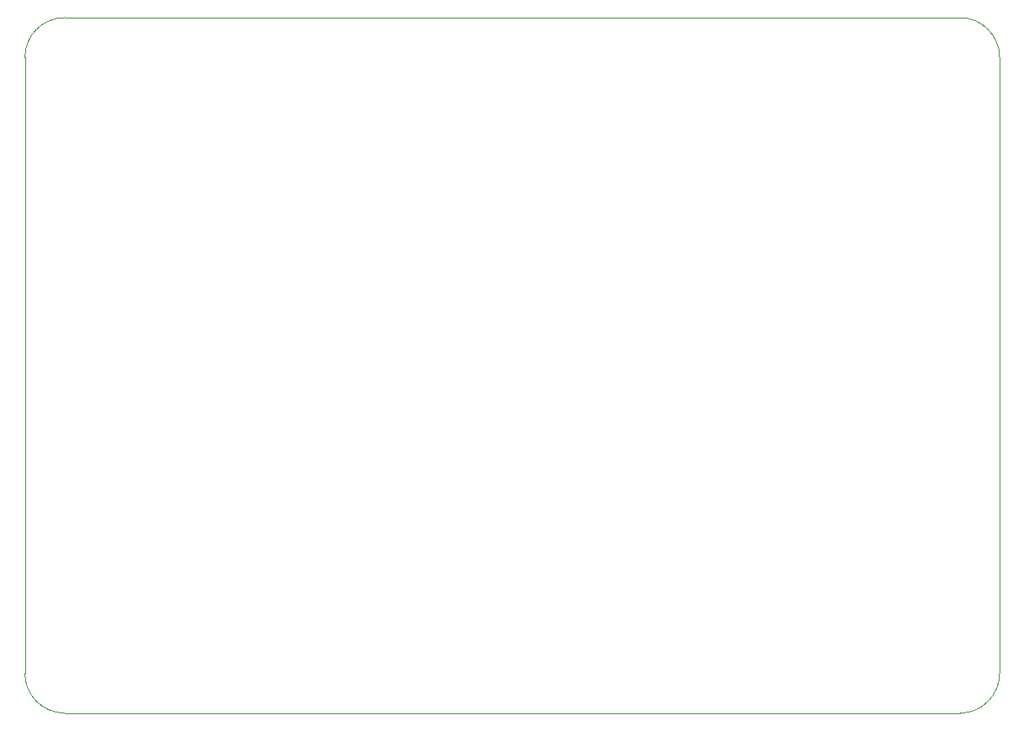
<source format=gbr>
%TF.GenerationSoftware,KiCad,Pcbnew,8.0.7*%
%TF.CreationDate,2025-06-05T13:27:20+09:00*%
%TF.ProjectId,ACT_Base_board_v2,4143545f-4261-4736-955f-626f6172645f,rev?*%
%TF.SameCoordinates,PX2faf080PY2faf080*%
%TF.FileFunction,Profile,NP*%
%FSLAX46Y46*%
G04 Gerber Fmt 4.6, Leading zero omitted, Abs format (unit mm)*
G04 Created by KiCad (PCBNEW 8.0.7) date 2025-06-05 13:27:20*
%MOMM*%
%LPD*%
G01*
G04 APERTURE LIST*
%TA.AperFunction,Profile*%
%ADD10C,0.100000*%
%TD*%
G04 APERTURE END LIST*
D10*
X0Y-66000000D02*
X0Y-4000000D01*
X98000000Y-66000000D02*
G75*
G02*
X94000000Y-70000000I-4000000J0D01*
G01*
X98000000Y-4000000D02*
X98000000Y-66000000D01*
X94000000Y-70000000D02*
X4000000Y-70000000D01*
X4000000Y-70000000D02*
G75*
G02*
X0Y-66000000I0J4000000D01*
G01*
X94000000Y0D02*
G75*
G02*
X98000000Y-4000000I0J-4000000D01*
G01*
X4000000Y0D02*
X94000000Y0D01*
X0Y-4000000D02*
G75*
G02*
X4000000Y0I4000000J0D01*
G01*
M02*

</source>
